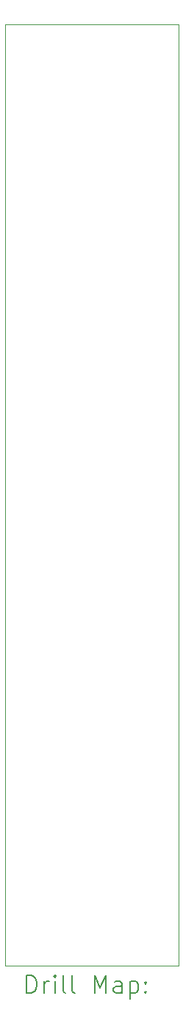
<source format=gbr>
%TF.GenerationSoftware,KiCad,Pcbnew,6.0.11+dfsg-1~bpo11+1*%
%TF.CreationDate,2023-06-07T14:09:27+08:00*%
%TF.ProjectId,MiniSNH v1.0 - Main,4d696e69-534e-4482-9076-312e30202d20,rev?*%
%TF.SameCoordinates,Original*%
%TF.FileFunction,Drillmap*%
%TF.FilePolarity,Positive*%
%FSLAX45Y45*%
G04 Gerber Fmt 4.5, Leading zero omitted, Abs format (unit mm)*
G04 Created by KiCad (PCBNEW 6.0.11+dfsg-1~bpo11+1) date 2023-06-07 14:09:27*
%MOMM*%
%LPD*%
G01*
G04 APERTURE LIST*
%ADD10C,0.100000*%
%ADD11C,0.200000*%
G04 APERTURE END LIST*
D10*
X15500000Y-6210000D02*
X15500000Y-17000000D01*
X15500000Y-17000000D02*
X13500000Y-17000000D01*
X13500000Y-17000000D02*
X13500000Y-6210000D01*
X13500000Y-6210000D02*
X15500000Y-6210000D01*
D11*
X13752619Y-17315476D02*
X13752619Y-17115476D01*
X13800238Y-17115476D01*
X13828809Y-17125000D01*
X13847857Y-17144048D01*
X13857381Y-17163095D01*
X13866905Y-17201190D01*
X13866905Y-17229762D01*
X13857381Y-17267857D01*
X13847857Y-17286905D01*
X13828809Y-17305952D01*
X13800238Y-17315476D01*
X13752619Y-17315476D01*
X13952619Y-17315476D02*
X13952619Y-17182143D01*
X13952619Y-17220238D02*
X13962143Y-17201190D01*
X13971667Y-17191667D01*
X13990714Y-17182143D01*
X14009762Y-17182143D01*
X14076428Y-17315476D02*
X14076428Y-17182143D01*
X14076428Y-17115476D02*
X14066905Y-17125000D01*
X14076428Y-17134524D01*
X14085952Y-17125000D01*
X14076428Y-17115476D01*
X14076428Y-17134524D01*
X14200238Y-17315476D02*
X14181190Y-17305952D01*
X14171667Y-17286905D01*
X14171667Y-17115476D01*
X14305000Y-17315476D02*
X14285952Y-17305952D01*
X14276428Y-17286905D01*
X14276428Y-17115476D01*
X14533571Y-17315476D02*
X14533571Y-17115476D01*
X14600238Y-17258333D01*
X14666905Y-17115476D01*
X14666905Y-17315476D01*
X14847857Y-17315476D02*
X14847857Y-17210714D01*
X14838333Y-17191667D01*
X14819286Y-17182143D01*
X14781190Y-17182143D01*
X14762143Y-17191667D01*
X14847857Y-17305952D02*
X14828809Y-17315476D01*
X14781190Y-17315476D01*
X14762143Y-17305952D01*
X14752619Y-17286905D01*
X14752619Y-17267857D01*
X14762143Y-17248810D01*
X14781190Y-17239286D01*
X14828809Y-17239286D01*
X14847857Y-17229762D01*
X14943095Y-17182143D02*
X14943095Y-17382143D01*
X14943095Y-17191667D02*
X14962143Y-17182143D01*
X15000238Y-17182143D01*
X15019286Y-17191667D01*
X15028809Y-17201190D01*
X15038333Y-17220238D01*
X15038333Y-17277381D01*
X15028809Y-17296429D01*
X15019286Y-17305952D01*
X15000238Y-17315476D01*
X14962143Y-17315476D01*
X14943095Y-17305952D01*
X15124048Y-17296429D02*
X15133571Y-17305952D01*
X15124048Y-17315476D01*
X15114524Y-17305952D01*
X15124048Y-17296429D01*
X15124048Y-17315476D01*
X15124048Y-17191667D02*
X15133571Y-17201190D01*
X15124048Y-17210714D01*
X15114524Y-17201190D01*
X15124048Y-17191667D01*
X15124048Y-17210714D01*
M02*

</source>
